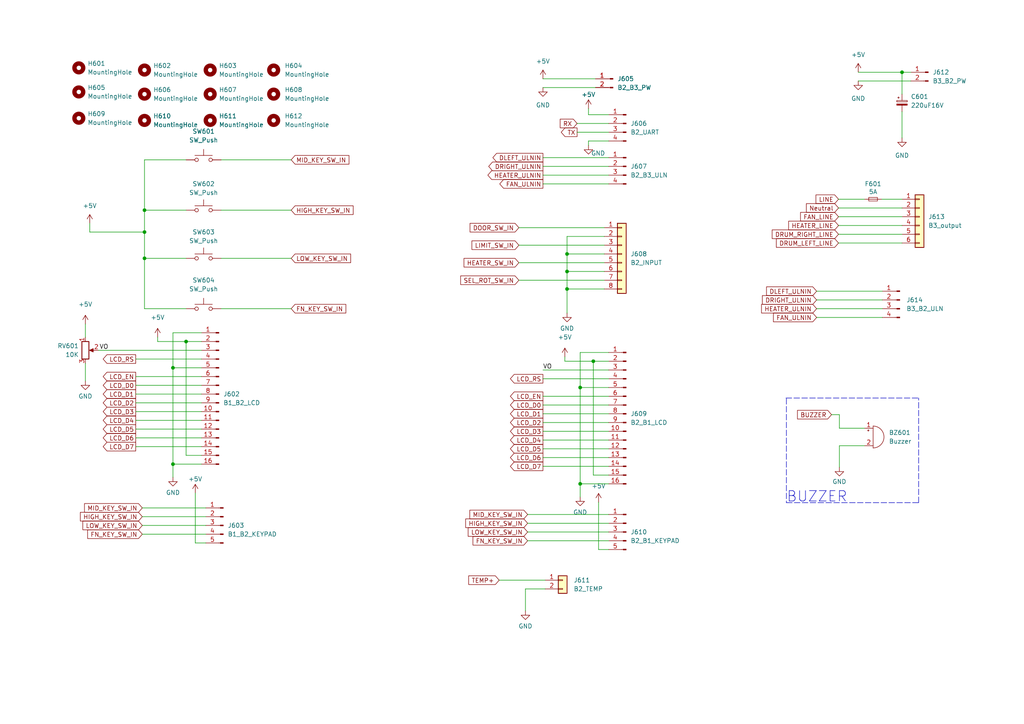
<source format=kicad_sch>
(kicad_sch (version 20211123) (generator eeschema)
  (paper "A4")
  (lib_symbols
    (symbol "Connector:Conn_01x02_Male" (pin_names (offset 1.016) hide)
      (property "Reference" "J" (at 0 2.54 0))
      (property "Value" "Conn_01x02_Male" (at 0 -5.08 0))
      (symbol "Conn_01x02_Male_1_1"
        (polyline (pts (xy 1.27 -2.54) (xy 0.8636 -2.54)) (stroke (width 0.1524)))
        (polyline (pts (xy 1.27 0) (xy 0.8636 0)) (stroke (width 0.1524)))
        (rectangle (start 0.8636 -2.413) (end 0 -2.667) (stroke (width 0.1524)) (fill (type outline)))
        (rectangle (start 0.8636 0.127) (end 0 -0.127) (stroke (width 0.1524)) (fill (type outline)))
        (pin passive line (at 5.08 0 180) (length 3.81) (name "Pin_1") (number "1"))
        (pin passive line (at 5.08 -2.54 180) (length 3.81) (name "Pin_2") (number "2"))
      )
    )
    (symbol "Connector:Conn_01x04_Male" (pin_names (offset 1.016) hide)
      (property "Reference" "J" (at 0 5.08 0))
      (property "Value" "Conn_01x04_Male" (at 0 -7.62 0))
      (symbol "Conn_01x04_Male_1_1"
        (polyline (pts (xy 1.27 -5.08) (xy 0.8636 -5.08)) (stroke (width 0.1524)))
        (polyline (pts (xy 1.27 -2.54) (xy 0.8636 -2.54)) (stroke (width 0.1524)))
        (polyline (pts (xy 1.27 0) (xy 0.8636 0)) (stroke (width 0.1524)))
        (polyline (pts (xy 1.27 2.54) (xy 0.8636 2.54)) (stroke (width 0.1524)))
        (rectangle (start 0.8636 -4.953) (end 0 -5.207) (stroke (width 0.1524)) (fill (type outline)))
        (rectangle (start 0.8636 -2.413) (end 0 -2.667) (stroke (width 0.1524)) (fill (type outline)))
        (rectangle (start 0.8636 0.127) (end 0 -0.127) (stroke (width 0.1524)) (fill (type outline)))
        (rectangle (start 0.8636 2.667) (end 0 2.413) (stroke (width 0.1524)) (fill (type outline)))
        (pin passive line (at 5.08 2.54 180) (length 3.81) (name "Pin_1") (number "1"))
        (pin passive line (at 5.08 0 180) (length 3.81) (name "Pin_2") (number "2"))
        (pin passive line (at 5.08 -2.54 180) (length 3.81) (name "Pin_3") (number "3"))
        (pin passive line (at 5.08 -5.08 180) (length 3.81) (name "Pin_4") (number "4"))
      )
    )
    (symbol "Connector:Conn_01x05_Male" (pin_names (offset 1.016) hide)
      (property "Reference" "J" (at 0 7.62 0))
      (property "Value" "Conn_01x05_Male" (at 0 -7.62 0))
      (symbol "Conn_01x05_Male_1_1"
        (polyline (pts (xy 1.27 -5.08) (xy 0.8636 -5.08)) (stroke (width 0.1524)))
        (polyline (pts (xy 1.27 -2.54) (xy 0.8636 -2.54)) (stroke (width 0.1524)))
        (polyline (pts (xy 1.27 0) (xy 0.8636 0)) (stroke (width 0.1524)))
        (polyline (pts (xy 1.27 2.54) (xy 0.8636 2.54)) (stroke (width 0.1524)))
        (polyline (pts (xy 1.27 5.08) (xy 0.8636 5.08)) (stroke (width 0.1524)))
        (rectangle (start 0.8636 -4.953) (end 0 -5.207) (stroke (width 0.1524)) (fill (type outline)))
        (rectangle (start 0.8636 -2.413) (end 0 -2.667) (stroke (width 0.1524)) (fill (type outline)))
        (rectangle (start 0.8636 0.127) (end 0 -0.127) (stroke (width 0.1524)) (fill (type outline)))
        (rectangle (start 0.8636 2.667) (end 0 2.413) (stroke (width 0.1524)) (fill (type outline)))
        (rectangle (start 0.8636 5.207) (end 0 4.953) (stroke (width 0.1524)) (fill (type outline)))
        (pin passive line (at 5.08 5.08 180) (length 3.81) (name "Pin_1") (number "1"))
        (pin passive line (at 5.08 2.54 180) (length 3.81) (name "Pin_2") (number "2"))
        (pin passive line (at 5.08 0 180) (length 3.81) (name "Pin_3") (number "3"))
        (pin passive line (at 5.08 -2.54 180) (length 3.81) (name "Pin_4") (number "4"))
        (pin passive line (at 5.08 -5.08 180) (length 3.81) (name "Pin_5") (number "5"))
      )
    )
    (symbol "Connector:Conn_01x16_Male" (pin_names (offset 1.016) hide)
      (property "Reference" "J" (at 0 20.32 0))
      (property "Value" "Conn_01x16_Male" (at 0 -22.86 0))
      (symbol "Conn_01x16_Male_1_1"
        (polyline (pts (xy 1.27 -20.32) (xy 0.8636 -20.32)) (stroke (width 0.1524)))
        (polyline (pts (xy 1.27 -17.78) (xy 0.8636 -17.78)) (stroke (width 0.1524)))
        (polyline (pts (xy 1.27 -15.24) (xy 0.8636 -15.24)) (stroke (width 0.1524)))
        (polyline (pts (xy 1.27 -12.7) (xy 0.8636 -12.7)) (stroke (width 0.1524)))
        (polyline (pts (xy 1.27 -10.16) (xy 0.8636 -10.16)) (stroke (width 0.1524)))
        (polyline (pts (xy 1.27 -7.62) (xy 0.8636 -7.62)) (stroke (width 0.1524)))
        (polyline (pts (xy 1.27 -5.08) (xy 0.8636 -5.08)) (stroke (width 0.1524)))
        (polyline (pts (xy 1.27 -2.54) (xy 0.8636 -2.54)) (stroke (width 0.1524)))
        (polyline (pts (xy 1.27 0) (xy 0.8636 0)) (stroke (width 0.1524)))
        (polyline (pts (xy 1.27 2.54) (xy 0.8636 2.54)) (stroke (width 0.1524)))
        (polyline (pts (xy 1.27 5.08) (xy 0.8636 5.08)) (stroke (width 0.1524)))
        (polyline (pts (xy 1.27 7.62) (xy 0.8636 7.62)) (stroke (width 0.1524)))
        (polyline (pts (xy 1.27 10.16) (xy 0.8636 10.16)) (stroke (width 0.1524)))
        (polyline (pts (xy 1.27 12.7) (xy 0.8636 12.7)) (stroke (width 0.1524)))
        (polyline (pts (xy 1.27 15.24) (xy 0.8636 15.24)) (stroke (width 0.1524)))
        (polyline (pts (xy 1.27 17.78) (xy 0.8636 17.78)) (stroke (width 0.1524)))
        (rectangle (start 0.8636 -20.193) (end 0 -20.447) (stroke (width 0.1524)) (fill (type outline)))
        (rectangle (start 0.8636 -17.653) (end 0 -17.907) (stroke (width 0.1524)) (fill (type outline)))
        (rectangle (start 0.8636 -15.113) (end 0 -15.367) (stroke (width 0.1524)) (fill (type outline)))
        (rectangle (start 0.8636 -12.573) (end 0 -12.827) (stroke (width 0.1524)) (fill (type outline)))
        (rectangle (start 0.8636 -10.033) (end 0 -10.287) (stroke (width 0.1524)) (fill (type outline)))
        (rectangle (start 0.8636 -7.493) (end 0 -7.747) (stroke (width 0.1524)) (fill (type outline)))
        (rectangle (start 0.8636 -4.953) (end 0 -5.207) (stroke (width 0.1524)) (fill (type outline)))
        (rectangle (start 0.8636 -2.413) (end 0 -2.667) (stroke (width 0.1524)) (fill (type outline)))
        (rectangle (start 0.8636 0.127) (end 0 -0.127) (stroke (width 0.1524)) (fill (type outline)))
        (rectangle (start 0.8636 2.667) (end 0 2.413) (stroke (width 0.1524)) (fill (type outline)))
        (rectangle (start 0.8636 5.207) (end 0 4.953) (stroke (width 0.1524)) (fill (type outline)))
        (rectangle (start 0.8636 7.747) (end 0 7.493) (stroke (width 0.1524)) (fill (type outline)))
        (rectangle (start 0.8636 10.287) (end 0 10.033) (stroke (width 0.1524)) (fill (type outline)))
        (rectangle (start 0.8636 12.827) (end 0 12.573) (stroke (width 0.1524)) (fill (type outline)))
        (rectangle (start 0.8636 15.367) (end 0 15.113) (stroke (width 0.1524)) (fill (type outline)))
        (rectangle (start 0.8636 17.907) (end 0 17.653) (stroke (width 0.1524)) (fill (type outline)))
        (pin passive line (at 5.08 17.78 180) (length 3.81) (name "Pin_1") (number "1"))
        (pin passive line (at 5.08 -5.08 180) (length 3.81) (name "Pin_10") (number "10"))
        (pin passive line (at 5.08 -7.62 180) (length 3.81) (name "Pin_11") (number "11"))
        (pin passive line (at 5.08 -10.16 180) (length 3.81) (name "Pin_12") (number "12"))
        (pin passive line (at 5.08 -12.7 180) (length 3.81) (name "Pin_13") (number "13"))
        (pin passive line (at 5.08 -15.24 180) (length 3.81) (name "Pin_14") (number "14"))
        (pin passive line (at 5.08 -17.78 180) (length 3.81) (name "Pin_15") (number "15"))
        (pin passive line (at 5.08 -20.32 180) (length 3.81) (name "Pin_16") (number "16"))
        (pin passive line (at 5.08 15.24 180) (length 3.81) (name "Pin_2") (number "2"))
        (pin passive line (at 5.08 12.7 180) (length 3.81) (name "Pin_3") (number "3"))
        (pin passive line (at 5.08 10.16 180) (length 3.81) (name "Pin_4") (number "4"))
        (pin passive line (at 5.08 7.62 180) (length 3.81) (name "Pin_5") (number "5"))
        (pin passive line (at 5.08 5.08 180) (length 3.81) (name "Pin_6") (number "6"))
        (pin passive line (at 5.08 2.54 180) (length 3.81) (name "Pin_7") (number "7"))
        (pin passive line (at 5.08 0 180) (length 3.81) (name "Pin_8") (number "8"))
        (pin passive line (at 5.08 -2.54 180) (length 3.81) (name "Pin_9") (number "9"))
      )
    )
    (symbol "Connector_Generic:Conn_01x02" (pin_names (offset 1.016) hide)
      (property "Reference" "J" (at 0 2.54 0))
      (property "Value" "Conn_01x02" (at 0 -5.08 0))
      (symbol "Conn_01x02_1_1"
        (rectangle (start -1.27 -2.413) (end 0 -2.667) (stroke (width 0.1524)))
        (rectangle (start -1.27 0.127) (end 0 -0.127) (stroke (width 0.1524)))
        (rectangle (start -1.27 1.27) (end 1.27 -3.81) (stroke (width 0.254)) (fill (type background)))
        (pin passive line (at -5.08 0 0) (length 3.81) (name "Pin_1") (number "1"))
        (pin passive line (at -5.08 -2.54 0) (length 3.81) (name "Pin_2") (number "2"))
      )
    )
    (symbol "Connector_Generic:Conn_01x06" (pin_names (offset 1.016) hide)
      (property "Reference" "J" (at 0 7.62 0))
      (property "Value" "Conn_01x06" (at 0 -10.16 0))
      (symbol "Conn_01x06_1_1"
        (rectangle (start -1.27 -7.493) (end 0 -7.747) (stroke (width 0.1524)))
        (rectangle (start -1.27 -4.953) (end 0 -5.207) (stroke (width 0.1524)))
        (rectangle (start -1.27 -2.413) (end 0 -2.667) (stroke (width 0.1524)))
        (rectangle (start -1.27 0.127) (end 0 -0.127) (stroke (width 0.1524)))
        (rectangle (start -1.27 2.667) (end 0 2.413) (stroke (width 0.1524)))
        (rectangle (start -1.27 5.207) (end 0 4.953) (stroke (width 0.1524)))
        (rectangle (start -1.27 6.35) (end 1.27 -8.89) (stroke (width 0.254)) (fill (type background)))
        (pin passive line (at -5.08 5.08 0) (length 3.81) (name "Pin_1") (number "1"))
        (pin passive line (at -5.08 2.54 0) (length 3.81) (name "Pin_2") (number "2"))
        (pin passive line (at -5.08 0 0) (length 3.81) (name "Pin_3") (number "3"))
        (pin passive line (at -5.08 -2.54 0) (length 3.81) (name "Pin_4") (number "4"))
        (pin passive line (at -5.08 -5.08 0) (length 3.81) (name "Pin_5") (number "5"))
        (pin passive line (at -5.08 -7.62 0) (length 3.81) (name "Pin_6") (number "6"))
      )
    )
    (symbol "Connector_Generic:Conn_01x08" (pin_names (offset 1.016) hide)
      (property "Reference" "J" (at 0 10.16 0))
      (property "Value" "Conn_01x08" (at 0 -12.7 0))
      (symbol "Conn_01x08_1_1"
        (rectangle (start -1.27 -10.033) (end 0 -10.287) (stroke (width 0.1524)))
        (rectangle (start -1.27 -7.493) (end 0 -7.747) (stroke (width 0.1524)))
        (rectangle (start -1.27 -4.953) (end 0 -5.207) (stroke (width 0.1524)))
        (rectangle (start -1.27 -2.413) (end 0 -2.667) (stroke (width 0.1524)))
        (rectangle (start -1.27 0.127) (end 0 -0.127) (stroke (width 0.1524)))
        (rectangle (start -1.27 2.667) (end 0 2.413) (stroke (width 0.1524)))
        (rectangle (start -1.27 5.207) (end 0 4.953) (stroke (width 0.1524)))
        (rectangle (start -1.27 7.747) (end 0 7.493) (stroke (width 0.1524)))
        (rectangle (start -1.27 8.89) (end 1.27 -11.43) (stroke (width 0.254)) (fill (type background)))
        (pin passive line (at -5.08 7.62 0) (length 3.81) (name "Pin_1") (number "1"))
        (pin passive line (at -5.08 5.08 0) (length 3.81) (name "Pin_2") (number "2"))
        (pin passive line (at -5.08 2.54 0) (length 3.81) (name "Pin_3") (number "3"))
        (pin passive line (at -5.08 0 0) (length 3.81) (name "Pin_4") (number "4"))
        (pin passive line (at -5.08 -2.54 0) (length 3.81) (name "Pin_5") (number "5"))
        (pin passive line (at -5.08 -5.08 0) (length 3.81) (name "Pin_6") (number "6"))
        (pin passive line (at -5.08 -7.62 0) (length 3.81) (name "Pin_7") (number "7"))
        (pin passive line (at -5.08 -10.16 0) (length 3.81) (name "Pin_8") (number "8"))
      )
    )
    (symbol "Device:Buzzer" (pin_names (offset 0.0254) hide)
      (property "Reference" "BZ" (at 3.81 1.27 0))
      (property "Value" "Buzzer" (at 3.81 -1.27 0))
      (symbol "Buzzer_0_1"
        (arc (start 0 -3.175) (mid 3.175 0) (end 0 3.175))
        (polyline (pts (xy -1.651 1.905) (xy -1.143 1.905)))
        (polyline (pts (xy -1.397 2.159) (xy -1.397 1.651)))
        (polyline (pts (xy 0 3.175) (xy 0 -3.175)))
      )
      (symbol "Buzzer_1_1"
        (pin passive line (at -2.54 2.54 0) (length 2.54) (name "-") (number "1"))
        (pin passive line (at -2.54 -2.54 0) (length 2.54) (name "+") (number "2"))
      )
    )
    (symbol "Device:C_Polarized_Small" (pin_numbers hide) (pin_names (offset 0.254) hide)
      (property "Reference" "C" (at 0.254 1.778 0))
      (property "Value" "C_Polarized_Small" (at 0.254 -2.032 0))
      (symbol "C_Polarized_Small_0_1"
        (rectangle (start -1.524 -0.3048) (end 1.524 -0.6858) (fill (type outline)))
        (rectangle (start -1.524 0.6858) (end 1.524 0.3048))
        (polyline (pts (xy -1.27 1.524) (xy -0.762 1.524)))
        (polyline (pts (xy -1.016 1.27) (xy -1.016 1.778)))
      )
      (symbol "C_Polarized_Small_1_1"
        (pin passive line (at 0 2.54 270) (length 1.8542) (name "~") (number "1"))
        (pin passive line (at 0 -2.54 90) (length 1.8542) (name "~") (number "2"))
      )
    )
    (symbol "Device:Fuse_Small" (pin_numbers hide) (pin_names (offset 0.254) hide)
      (property "Reference" "F" (at 0 -1.524 0))
      (property "Value" "Fuse_Small" (at 0 1.524 0))
      (symbol "Fuse_Small_0_1"
        (rectangle (start -1.27 0.508) (end 1.27 -0.508))
        (polyline (pts (xy -1.27 0) (xy 1.27 0)))
      )
      (symbol "Fuse_Small_1_1"
        (pin passive line (at -2.54 0 0) (length 1.27) (name "~") (number "1"))
        (pin passive line (at 2.54 0 180) (length 1.27) (name "~") (number "2"))
      )
    )
    (symbol "Device:R_Potentiometer" (pin_names (offset 1.016) hide)
      (property "Reference" "RV" (at -4.445 0 90))
      (property "Value" "R_Potentiometer" (at -2.54 0 90))
      (symbol "R_Potentiometer_0_1"
        (polyline (pts (xy 2.54 0) (xy 1.524 0)))
        (polyline (pts (xy 1.143 0) (xy 2.286 0.508) (xy 2.286 -0.508) (xy 1.143 0)) (fill (type outline)))
        (rectangle (start 1.016 2.54) (end -1.016 -2.54) (stroke (width 0.254)))
      )
      (symbol "R_Potentiometer_1_1"
        (pin passive line (at 0 3.81 270) (length 1.27) (name "1") (number "1"))
        (pin passive line (at 3.81 0 180) (length 1.27) (name "2") (number "2"))
        (pin passive line (at 0 -3.81 90) (length 1.27) (name "3") (number "3"))
      )
    )
    (symbol "Mechanical:MountingHole" (pin_names (offset 1.016))
      (property "Reference" "H" (at 0 5.08 0))
      (property "Value" "MountingHole" (at 0 3.175 0))
      (symbol "MountingHole_0_1"
        (circle (center 0 0) (radius 1.27) (stroke (width 1.27)))
      )
    )
    (symbol "Switch:SW_Push" (pin_numbers hide) (pin_names (offset 1.016) hide)
      (property "Reference" "SW" (at 1.27 2.54 0))
      (property "Value" "SW_Push" (at 0 -1.524 0))
      (symbol "SW_Push_0_1"
        (circle (center -2.032 0) (radius 0.508))
        (polyline (pts (xy 0 1.27) (xy 0 3.048)))
        (polyline (pts (xy 2.54 1.27) (xy -2.54 1.27)))
        (circle (center 2.032 0) (radius 0.508))
        (pin passive line (at -5.08 0 0) (length 2.54) (name "1") (number "1"))
        (pin passive line (at 5.08 0 180) (length 2.54) (name "2") (number "2"))
      )
    )
    (symbol "power:+5V" (power) (pin_names (offset 0))
      (property "Value" "+5V" (at 0 3.556 0))
      (symbol "+5V_0_1"
        (polyline (pts (xy -0.762 1.27) (xy 0 2.54)))
        (polyline (pts (xy 0 0) (xy 0 2.54)))
        (polyline (pts (xy 0 2.54) (xy 0.762 1.27)))
      )
      (symbol "+5V_1_1"
        (pin power_in line (at 0 0 90) (length 0) hide (name "+5V") (number "1"))
      )
    )
    (symbol "power:GND" (power) (pin_names (offset 0))
      (property "Value" "GND" (at 0 -3.81 0))
      (symbol "GND_0_1"
        (polyline (pts (xy 0 0) (xy 0 -1.27) (xy 1.27 -1.27) (xy 0 -2.54) (xy -1.27 -1.27) (xy 0 -1.27)))
      )
      (symbol "GND_1_1"
        (pin power_in line (at 0 0 270) (length 0) hide (name "GND") (number "1"))
      )
    )
  )
  (junction (at 168.275 112.395))
  (junction (at 261.62 20.955))
  (junction (at 164.465 78.74))
  (junction (at 41.91 74.93))
  (junction (at 41.91 67.31))
  (junction (at 50.165 134.62))
  (junction (at 164.465 73.66))
  (junction (at 53.975 99.06))
  (junction (at 172.085 104.775))
  (junction (at 168.275 140.335))
  (junction (at 164.465 83.82))
  (junction (at 50.165 106.68))
  (junction (at 41.91 60.96))
  (wire (pts (xy 176.53 40.894) (xy 170.688 40.894)))
  (wire (pts (xy 164.465 78.74) (xy 164.465 83.82)))
  (wire (pts (xy 39.37 116.84) (xy 58.42 116.84)))
  (wire (pts (xy 236.855 89.535) (xy 255.905 89.535)))
  (wire (pts (xy 236.855 92.075) (xy 255.905 92.075)))
  (wire (pts (xy 53.975 132.08) (xy 53.975 99.06)))
  (wire (pts (xy 28.575 101.6) (xy 58.42 101.6)))
  (wire (pts (xy 167.386 35.814) (xy 176.53 35.814)))
  (wire (pts (xy 64.135 89.535) (xy 84.455 89.535)))
  (wire (pts (xy 39.37 121.92) (xy 58.42 121.92)))
  (wire (pts (xy 39.37 114.3) (xy 58.42 114.3)))
  (wire (pts (xy 150.495 76.2) (xy 175.26 76.2)))
  (wire (pts (xy 41.91 46.355) (xy 41.91 60.96)))
  (wire (pts (xy 59.69 157.48) (xy 56.642 157.48)))
  (wire (pts (xy 164.465 83.82) (xy 164.465 90.805)))
  (wire (pts (xy 157.48 122.555) (xy 176.53 122.555)))
  (wire (pts (xy 248.92 20.955) (xy 261.62 20.955)))
  (wire (pts (xy 150.495 66.04) (xy 175.26 66.04)))
  (wire (pts (xy 157.48 50.8) (xy 176.53 50.8)))
  (wire (pts (xy 39.37 119.38) (xy 58.42 119.38)))
  (wire (pts (xy 157.48 135.255) (xy 176.53 135.255)))
  (wire (pts (xy 241.173 120.269) (xy 243.459 120.269)))
  (wire (pts (xy 157.48 114.935) (xy 176.53 114.935)))
  (wire (pts (xy 157.48 22.86) (xy 172.72 22.86)))
  (wire (pts (xy 164.465 73.66) (xy 164.465 78.74)))
  (wire (pts (xy 150.495 81.28) (xy 175.26 81.28)))
  (wire (pts (xy 64.135 60.96) (xy 84.455 60.96)))
  (wire (pts (xy 50.165 96.52) (xy 58.42 96.52)))
  (wire (pts (xy 250.698 129.286) (xy 243.459 129.286)))
  (wire (pts (xy 261.62 20.955) (xy 264.16 20.955)))
  (wire (pts (xy 39.37 109.22) (xy 58.42 109.22)))
  (wire (pts (xy 163.83 103.505) (xy 163.83 104.775)))
  (wire (pts (xy 39.37 124.46) (xy 58.42 124.46)))
  (wire (pts (xy 50.165 134.62) (xy 58.42 134.62)))
  (wire (pts (xy 172.085 137.795) (xy 172.085 104.775)))
  (wire (pts (xy 157.48 125.095) (xy 176.53 125.095)))
  (wire (pts (xy 144.78 168.275) (xy 158.115 168.275)))
  (wire (pts (xy 168.275 102.235) (xy 176.53 102.235)))
  (wire (pts (xy 41.91 89.535) (xy 53.975 89.535)))
  (wire (pts (xy 261.62 32.385) (xy 261.62 40.005)))
  (wire (pts (xy 157.48 130.175) (xy 176.53 130.175)))
  (wire (pts (xy 153.035 151.765) (xy 176.53 151.765)))
  (wire (pts (xy 236.855 86.995) (xy 255.905 86.995)))
  (wire (pts (xy 157.48 25.4) (xy 172.72 25.4)))
  (wire (pts (xy 41.275 149.86) (xy 59.69 149.86)))
  (wire (pts (xy 41.91 60.96) (xy 41.91 67.31)))
  (wire (pts (xy 250.698 124.206) (xy 243.459 124.206)))
  (wire (pts (xy 39.37 111.76) (xy 58.42 111.76)))
  (wire (pts (xy 243.459 129.286) (xy 243.459 135.509)))
  (wire (pts (xy 39.37 104.14) (xy 58.42 104.14)))
  (wire (pts (xy 41.275 152.4) (xy 59.69 152.4)))
  (wire (pts (xy 153.035 154.305) (xy 176.53 154.305)))
  (wire (pts (xy 41.91 60.96) (xy 53.975 60.96)))
  (wire (pts (xy 64.135 46.355) (xy 84.455 46.355)))
  (wire (pts (xy 167.386 38.354) (xy 176.53 38.354)))
  (wire (pts (xy 41.275 147.32) (xy 59.69 147.32)))
  (wire (pts (xy 53.975 99.06) (xy 58.42 99.06)))
  (wire (pts (xy 168.275 140.335) (xy 176.53 140.335)))
  (wire (pts (xy 53.975 46.355) (xy 41.91 46.355)))
  (wire (pts (xy 243.205 65.405) (xy 261.62 65.405)))
  (wire (pts (xy 158.115 170.815) (xy 152.4 170.815)))
  (wire (pts (xy 56.642 157.48) (xy 56.642 143.002)))
  (wire (pts (xy 157.48 53.34) (xy 176.53 53.34)))
  (wire (pts (xy 168.275 112.395) (xy 168.275 140.335)))
  (wire (pts (xy 157.48 117.475) (xy 176.53 117.475)))
  (wire (pts (xy 164.465 73.66) (xy 175.26 73.66)))
  (wire (pts (xy 24.765 105.41) (xy 24.765 110.49)))
  (wire (pts (xy 45.72 97.79) (xy 45.72 99.06)))
  (wire (pts (xy 50.165 106.68) (xy 50.165 134.62)))
  (wire (pts (xy 152.4 170.815) (xy 152.4 177.165)))
  (wire (pts (xy 39.37 129.54) (xy 58.42 129.54)))
  (wire (pts (xy 176.53 33.274) (xy 170.688 33.274)))
  (wire (pts (xy 45.72 99.06) (xy 53.975 99.06)))
  (wire (pts (xy 26.035 64.77) (xy 26.035 67.31)))
  (wire (pts (xy 176.53 159.385) (xy 173.609 159.385)))
  (wire (pts (xy 163.83 104.775) (xy 172.085 104.775)))
  (wire (pts (xy 243.205 62.865) (xy 261.62 62.865)))
  (wire (pts (xy 50.165 134.62) (xy 50.165 138.43)))
  (polyline (pts (xy 266.446 145.796) (xy 266.446 115.443)))
  (wire (pts (xy 41.91 74.93) (xy 41.91 89.535)))
  (wire (pts (xy 41.91 67.31) (xy 41.91 74.93)))
  (wire (pts (xy 157.48 120.015) (xy 176.53 120.015)))
  (wire (pts (xy 150.495 71.12) (xy 175.26 71.12)))
  (wire (pts (xy 50.165 96.52) (xy 50.165 106.68)))
  (wire (pts (xy 172.085 104.775) (xy 176.53 104.775)))
  (polyline (pts (xy 228.092 115.57) (xy 228.092 145.796)))
  (wire (pts (xy 26.035 67.31) (xy 41.91 67.31)))
  (wire (pts (xy 168.275 140.335) (xy 168.275 144.145)))
  (wire (pts (xy 58.42 132.08) (xy 53.975 132.08)))
  (wire (pts (xy 243.459 124.206) (xy 243.459 120.269)))
  (wire (pts (xy 164.465 78.74) (xy 175.26 78.74)))
  (wire (pts (xy 64.135 74.93) (xy 84.455 74.93)))
  (wire (pts (xy 175.26 68.58) (xy 164.465 68.58)))
  (wire (pts (xy 243.205 57.785) (xy 250.698 57.785)))
  (wire (pts (xy 168.275 112.395) (xy 176.53 112.395)))
  (wire (pts (xy 157.48 109.855) (xy 176.53 109.855)))
  (wire (pts (xy 176.53 137.795) (xy 172.085 137.795)))
  (wire (pts (xy 50.165 106.68) (xy 58.42 106.68)))
  (wire (pts (xy 164.465 68.58) (xy 164.465 73.66)))
  (wire (pts (xy 39.37 127) (xy 58.42 127)))
  (wire (pts (xy 157.48 48.26) (xy 176.53 48.26)))
  (wire (pts (xy 170.688 40.894) (xy 170.688 42.164)))
  (wire (pts (xy 157.48 127.635) (xy 176.53 127.635)))
  (wire (pts (xy 153.035 149.225) (xy 176.53 149.225)))
  (wire (pts (xy 157.48 107.315) (xy 176.53 107.315)))
  (polyline (pts (xy 228.092 145.796) (xy 266.446 145.796)))
  (wire (pts (xy 255.778 57.785) (xy 261.62 57.785)))
  (wire (pts (xy 173.609 159.385) (xy 173.609 145.669)))
  (wire (pts (xy 170.688 33.274) (xy 170.688 31.496)))
  (wire (pts (xy 243.205 70.485) (xy 261.62 70.485)))
  (wire (pts (xy 248.92 23.495) (xy 264.16 23.495)))
  (polyline (pts (xy 227.965 115.443) (xy 266.446 115.443)))
  (wire (pts (xy 168.275 102.235) (xy 168.275 112.395)))
  (wire (pts (xy 261.62 20.955) (xy 261.62 27.305)))
  (wire (pts (xy 157.48 132.715) (xy 176.53 132.715)))
  (wire (pts (xy 41.91 74.93) (xy 53.975 74.93)))
  (wire (pts (xy 164.465 83.82) (xy 175.26 83.82)))
  (wire (pts (xy 236.855 84.455) (xy 255.905 84.455)))
  (wire (pts (xy 243.205 67.945) (xy 261.62 67.945)))
  (wire (pts (xy 157.48 45.72) (xy 176.53 45.72)))
  (wire (pts (xy 41.275 154.94) (xy 59.69 154.94)))
  (wire (pts (xy 243.205 60.325) (xy 261.62 60.325)))
  (wire (pts (xy 24.765 93.98) (xy 24.765 97.79)))
  (wire (pts (xy 153.035 156.845) (xy 176.53 156.845)))
  (text "BUZZER" (at 228.092 145.923 0) (effects (font (size 3 3)) (justify left bottom)))
  (label "VO" (at 28.829 101.6 0))
  (label "VO" (at 157.48 107.315 0))
  (global_label "MID_KEY_SW_IN" (shape input) (at 153.035 149.225 180) (property "Intersheet References" "${INTERSHEET_REFS}" (effects hide)))
  (global_label "LCD_D6" (shape output) (at 39.37 127 180) (property "Intersheet References" "${INTERSHEET_REFS}" (effects hide)))
  (global_label "LCD_D7" (shape output) (at 157.48 135.255 180) (property "Intersheet References" "${INTERSHEET_REFS}" (effects hide)))
  (global_label "LCD_D1" (shape output) (at 39.37 114.3 180) (property "Intersheet References" "${INTERSHEET_REFS}" (effects hide)))
  (global_label "Neutral" (shape input) (at 243.205 60.325 180) (property "Intersheet References" "${INTERSHEET_REFS}" (effects hide)))
  (global_label "LCD_D2" (shape output) (at 39.37 116.84 180) (property "Intersheet References" "${INTERSHEET_REFS}" (effects hide)))
  (global_label "DRIGHT_ULNIN" (shape input) (at 236.855 86.995 180) (property "Intersheet References" "${INTERSHEET_REFS}" (effects hide)))
  (global_label "RX" (shape input) (at 167.386 35.814 180) (property "Intersheet References" "${INTERSHEET_REFS}" (effects hide)))
  (global_label "LOW_KEY_SW_IN" (shape input) (at 41.275 152.4 180) (property "Intersheet References" "${INTERSHEET_REFS}" (effects hide)))
  (global_label "DRIGHT_ULNIN" (shape output) (at 157.48 48.26 180) (property "Intersheet References" "${INTERSHEET_REFS}" (effects hide)))
  (global_label "FN_KEY_SW_IN" (shape input) (at 84.455 89.535 0) (property "Intersheet References" "${INTERSHEET_REFS}" (effects hide)))
  (global_label "LCD_D0" (shape output) (at 157.48 117.475 180) (property "Intersheet References" "${INTERSHEET_REFS}" (effects hide)))
  (global_label "LCD_D5" (shape output) (at 39.37 124.46 180) (property "Intersheet References" "${INTERSHEET_REFS}" (effects hide)))
  (global_label "TEMP+" (shape input) (at 144.78 168.275 180) (property "Intersheet References" "${INTERSHEET_REFS}" (effects hide)))
  (global_label "BUZZER" (shape input) (at 241.173 120.269 180) (property "Intersheet References" "${INTERSHEET_REFS}" (effects hide)))
  (global_label "FN_KEY_SW_IN" (shape input) (at 153.035 156.845 180) (property "Intersheet References" "${INTERSHEET_REFS}" (effects hide)))
  (global_label "LCD_D6" (shape output) (at 157.48 132.715 180) (property "Intersheet References" "${INTERSHEET_REFS}" (effects hide)))
  (global_label "LCD_D0" (shape output) (at 39.37 111.76 180) (property "Intersheet References" "${INTERSHEET_REFS}" (effects hide)))
  (global_label "HEATER_ULNIN" (shape input) (at 236.855 89.535 180) (property "Intersheet References" "${INTERSHEET_REFS}" (effects hide)))
  (global_label "FN_KEY_SW_IN" (shape input) (at 41.275 154.94 180) (property "Intersheet References" "${INTERSHEET_REFS}" (effects hide)))
  (global_label "HEATER_LINE" (shape input) (at 243.205 65.405 180) (property "Intersheet References" "${INTERSHEET_REFS}" (effects hide)))
  (global_label "MID_KEY_SW_IN" (shape input) (at 41.275 147.32 180) (property "Intersheet References" "${INTERSHEET_REFS}" (effects hide)))
  (global_label "LCD_EN" (shape output) (at 39.37 109.22 180) (property "Intersheet References" "${INTERSHEET_REFS}" (effects hide)))
  (global_label "LINE" (shape input) (at 243.205 57.785 180) (property "Intersheet References" "${INTERSHEET_REFS}" (effects hide)))
  (global_label "LCD_D7" (shape output) (at 39.37 129.54 180) (property "Intersheet References" "${INTERSHEET_REFS}" (effects hide)))
  (global_label "LCD_RS" (shape output) (at 157.48 109.855 180) (property "Intersheet References" "${INTERSHEET_REFS}" (effects hide)))
  (global_label "LOW_KEY_SW_IN" (shape input) (at 153.035 154.305 180) (property "Intersheet References" "${INTERSHEET_REFS}" (effects hide)))
  (global_label "HIGH_KEY_SW_IN" (shape input) (at 84.455 60.96 0) (property "Intersheet References" "${INTERSHEET_REFS}" (effects hide)))
  (global_label "LCD_D5" (shape output) (at 157.48 130.175 180) (property "Intersheet References" "${INTERSHEET_REFS}" (effects hide)))
  (global_label "LOW_KEY_SW_IN" (shape input) (at 84.455 74.93 0) (property "Intersheet References" "${INTERSHEET_REFS}" (effects hide)))
  (global_label "LCD_D4" (shape output) (at 39.37 121.92 180) (property "Intersheet References" "${INTERSHEET_REFS}" (effects hide)))
  (global_label "DRUM_RIGHT_LINE" (shape input) (at 243.205 67.945 180) (property "Intersheet References" "${INTERSHEET_REFS}" (effects hide)))
  (global_label "LIMIT_SW_IN" (shape input) (at 150.495 71.12 180) (property "Intersheet References" "${INTERSHEET_REFS}" (effects hide)))
  (global_label "DRUM_LEFT_LINE" (shape input) (at 243.205 70.485 180) (property "Intersheet References" "${INTERSHEET_REFS}" (effects hide)))
  (global_label "LCD_D3" (shape output) (at 39.37 119.38 180) (property "Intersheet References" "${INTERSHEET_REFS}" (effects hide)))
  (global_label "LCD_D2" (shape output) (at 157.48 122.555 180) (property "Intersheet References" "${INTERSHEET_REFS}" (effects hide)))
  (global_label "MID_KEY_SW_IN" (shape input) (at 84.455 46.355 0) (property "Intersheet References" "${INTERSHEET_REFS}" (effects hide)))
  (global_label "LCD_D3" (shape output) (at 157.48 125.095 180) (property "Intersheet References" "${INTERSHEET_REFS}" (effects hide)))
  (global_label "HEATER_ULNIN" (shape output) (at 157.48 50.8 180) (property "Intersheet References" "${INTERSHEET_REFS}" (effects hide)))
  (global_label "FAN_LINE" (shape input) (at 243.205 62.865 180) (property "Intersheet References" "${INTERSHEET_REFS}" (effects hide)))
  (global_label "DLEFT_ULNIN" (shape input) (at 236.855 84.455 180) (property "Intersheet References" "${INTERSHEET_REFS}" (effects hide)))
  (global_label "DLEFT_ULNIN" (shape output) (at 157.48 45.72 180) (property "Intersheet References" "${INTERSHEET_REFS}" (effects hide)))
  (global_label "SEL_ROT_SW_IN" (shape input) (at 150.495 81.28 180) (property "Intersheet References" "${INTERSHEET_REFS}" (effects hide)))
  (global_label "LCD_D1" (shape output) (at 157.48 120.015 180) (property "Intersheet References" "${INTERSHEET_REFS}" (effects hide)))
  (global_label "FAN_ULNIN" (shape input) (at 236.855 92.075 180) (property "Intersheet References" "${INTERSHEET_REFS}" (effects hide)))
  (global_label "HIGH_KEY_SW_IN" (shape input) (at 41.275 149.86 180) (property "Intersheet References" "${INTERSHEET_REFS}" (effects hide)))
  (global_label "TX" (shape output) (at 167.386 38.354 180) (property "Intersheet References" "${INTERSHEET_REFS}" (effects hide)))
  (global_label "DOOR_SW_IN" (shape input) (at 150.495 66.04 180) (property "Intersheet References" "${INTERSHEET_REFS}" (effects hide)))
  (global_label "LCD_RS" (shape output) (at 39.37 104.14 180) (property "Intersheet References" "${INTERSHEET_REFS}" (effects hide)))
  (global_label "LCD_EN" (shape output) (at 157.48 114.935 180) (property "Intersheet References" "${INTERSHEET_REFS}" (effects hide)))
  (global_label "FAN_ULNIN" (shape output) (at 157.48 53.34 180) (property "Intersheet References" "${INTERSHEET_REFS}" (effects hide)))
  (global_label "HEATER_SW_IN" (shape input) (at 150.495 76.2 180) (property "Intersheet References" "${INTERSHEET_REFS}" (effects hide)))
  (global_label "LCD_D4" (shape output) (at 157.48 127.635 180) (property "Intersheet References" "${INTERSHEET_REFS}" (effects hide)))
  (global_label "HIGH_KEY_SW_IN" (shape input) (at 153.035 151.765 180) (property "Intersheet References" "${INTERSHEET_REFS}" (effects hide)))
  (symbol (lib_id "Connector_Generic:Conn_01x02") (at 163.195 168.275 0) (unit 1)
    (property "Reference" "J611" (at 166.37 168.2749 0) (effects (justify left)))
    (property "Value" "B2_TEMP" (at 166.37 170.8149 0) (effects (justify left)))
    (property "Footprint" "User_Connector_Phoenix_MC_HighVoltage:PhoenixContact_MCV_1,5_2-G-5.08_1x02_P5.08mm_Vertical" (effects hide))
  )
  (symbol (lib_id "Connector:Conn_01x04_Male") (at 181.61 35.814 0) (mirror y) (unit 1)
    (property "Reference" "J606" (at 182.88 35.8139 0) (effects (justify right)))
    (property "Value" "B2_UART" (at 182.88 38.3539 0) (effects (justify right)))
    (property "Footprint" "Connector_PinHeader_2.54mm:PinHeader_1x04_P2.54mm_Vertical" (effects hide))
  )
  (symbol (lib_id "Connector_Generic:Conn_01x08") (at 180.34 73.66 0) (unit 1)
    (property "Reference" "J608" (at 182.88 73.6599 0) (effects (justify left)))
    (property "Value" "B2_INPUT" (at 182.88 76.1999 0) (effects (justify left)))
    (property "Footprint" "User_Connector_Phoenix_MC_HighVoltage:PhoenixContact_MCV_1,5_8-G-5.08_1x08_P5.08mm_Vertical" (effects hide))
  )
  (symbol (lib_id "Connector:Conn_01x04_Male") (at 260.985 86.995 0) (mirror y) (unit 1)
    (property "Reference" "J614" (at 262.89 86.9949 0) (effects (justify right)))
    (property "Value" "B3_B2_ULN" (at 262.89 89.5349 0) (effects (justify right)))
    (property "Footprint" "Connector_PinHeader_2.54mm:PinHeader_1x04_P2.54mm_Vertical" (effects hide))
  )
  (symbol (lib_id "Mechanical:MountingHole") (at 79.375 20.32 0) (unit 1)
    (property "Reference" "H604" (at 82.55 19.0499 0) (effects (justify left)))
    (property "Value" "MountingHole" (at 82.55 21.5899 0) (effects (justify left)))
    (property "Footprint" "MountingHole:MountingHole_3mm_Pad" (effects hide))
  )
  (symbol (lib_id "power:GND") (at 248.92 23.495 0) (unit 1)
    (property "Reference" "#PWR064" (effects hide))
    (property "Value" "GND" (at 248.92 28.575 0))
  )
  (symbol (lib_id "power:+5V") (at 26.035 64.77 0) (unit 1)
    (property "Reference" "#PWR0103" (effects hide))
    (property "Value" "+5V" (at 26.035 59.69 0))
  )
  (symbol (lib_id "Connector:Conn_01x02_Male") (at 177.8 22.86 0) (mirror y) (unit 1)
    (property "Reference" "J605" (at 179.07 22.8599 0) (effects (justify right)))
    (property "Value" "B2_B3_PW" (at 179.07 25.3999 0) (effects (justify right)))
    (property "Footprint" "Connector_PinHeader_2.54mm:PinHeader_1x02_P2.54mm_Vertical" (effects hide))
  )
  (symbol (lib_id "Mechanical:MountingHole") (at 41.91 34.925 0) (unit 1)
    (property "Reference" "H610" (at 44.45 33.6549 0) (effects (justify left)))
    (property "Value" "MountingHole" (at 44.45 36.1949 0) (effects (justify left)))
    (property "Footprint" "MountingHole:MountingHole_3mm_Pad" (effects hide))
  )
  (symbol (lib_id "Switch:SW_Push") (at 59.055 46.355 0) (unit 1)
    (property "Reference" "SW601" (at 59.055 38.1 0))
    (property "Value" "SW_Push" (at 59.055 40.64 0))
    (property "Footprint" "Button_Switch_THT:SW_PUSH-12mm" (effects hide))
  )
  (symbol (lib_id "Mechanical:MountingHole") (at 60.96 20.32 0) (unit 1)
    (property "Reference" "H603" (at 63.5 19.0499 0) (effects (justify left)))
    (property "Value" "MountingHole" (at 63.5 21.5899 0) (effects (justify left)))
    (property "Footprint" "MountingHole:MountingHole_3mm_Pad" (effects hide))
  )
  (symbol (lib_id "Switch:SW_Push") (at 59.055 74.93 0) (unit 1)
    (property "Reference" "SW603" (at 59.055 67.31 0))
    (property "Value" "SW_Push" (at 59.055 69.85 0))
    (property "Footprint" "Button_Switch_THT:SW_PUSH-12mm" (effects hide))
  )
  (symbol (lib_id "power:+5V") (at 170.688 31.496 0) (unit 1)
    (property "Reference" "#PWR061" (effects hide))
    (property "Value" "+5V" (at 170.688 27.432 0))
  )
  (symbol (lib_id "power:+5V") (at 248.92 20.955 0) (unit 1)
    (property "Reference" "#PWR063" (effects hide))
    (property "Value" "+5V" (at 248.92 15.875 0))
  )
  (symbol (lib_id "power:GND") (at 164.465 90.805 0) (unit 1)
    (property "Reference" "#PWR059" (effects hide))
    (property "Value" "GND" (at 164.465 95.25 0))
  )
  (symbol (lib_id "Connector:Conn_01x05_Male") (at 181.61 154.305 0) (mirror y) (unit 1)
    (property "Reference" "J610" (at 182.88 154.3049 0) (effects (justify right)))
    (property "Value" "B2_B1_KEYPAD" (at 182.88 156.8449 0) (effects (justify right)))
    (property "Footprint" "Connector_PinHeader_2.54mm:PinHeader_1x05_P2.54mm_Vertical" (effects hide))
  )
  (symbol (lib_id "power:GND") (at 50.165 138.43 0) (unit 1)
    (property "Reference" "#PWR052" (effects hide))
    (property "Value" "GND" (at 50.165 142.875 0))
  )
  (symbol (lib_id "power:+5V") (at 45.72 97.79 0) (unit 1)
    (property "Reference" "#PWR051" (effects hide))
    (property "Value" "+5V" (at 45.72 92.075 0))
  )
  (symbol (lib_id "Connector:Conn_01x05_Male") (at 64.77 152.4 0) (mirror y) (unit 1)
    (property "Reference" "J603" (at 66.04 152.3999 0) (effects (justify right)))
    (property "Value" "B1_B2_KEYPAD" (at 66.04 154.9399 0) (effects (justify right)))
    (property "Footprint" "Connector_PinHeader_2.54mm:PinHeader_1x05_P2.54mm_Vertical" (effects hide))
  )
  (symbol (lib_id "power:+5V") (at 173.609 145.669 0) (unit 1)
    (property "Reference" "#PWR0101" (effects hide))
    (property "Value" "+5V" (at 173.609 140.97 0))
  )
  (symbol (lib_id "Connector:Conn_01x16_Male") (at 181.61 120.015 0) (mirror y) (unit 1)
    (property "Reference" "J609" (at 182.88 120.0149 0) (effects (justify right)))
    (property "Value" "B2_B1_LCD" (at 182.88 122.5549 0) (effects (justify right)))
    (property "Footprint" "Connector_PinHeader_2.54mm:PinHeader_1x16_P2.54mm_Vertical" (effects hide))
  )
  (symbol (lib_id "Mechanical:MountingHole") (at 60.96 34.925 0) (unit 1)
    (property "Reference" "H611" (at 63.5 33.6549 0) (effects (justify left)))
    (property "Value" "MountingHole" (at 63.5 36.1949 0) (effects (justify left)))
    (property "Footprint" "MountingHole:MountingHole_3mm_Pad" (effects hide))
  )
  (symbol (lib_id "Switch:SW_Push") (at 59.055 60.96 0) (unit 1)
    (property "Reference" "SW602" (at 59.055 53.34 0))
    (property "Value" "SW_Push" (at 59.055 55.88 0))
    (property "Footprint" "Button_Switch_THT:SW_PUSH-12mm" (effects hide))
  )
  (symbol (lib_id "power:GND") (at 170.688 42.164 0) (unit 1)
    (property "Reference" "#PWR062" (effects hide))
    (property "Value" "GND" (at 173.482 44.45 0))
  )
  (symbol (lib_id "power:GND") (at 168.275 144.145 0) (unit 1)
    (property "Reference" "#PWR060" (effects hide))
    (property "Value" "GND" (at 168.275 148.59 0))
  )
  (symbol (lib_id "Device:C_Polarized_Small") (at 261.62 29.845 0) (unit 1)
    (property "Reference" "C601" (at 264.16 28.0288 0) (effects (justify left)))
    (property "Value" "220uF16V" (at 264.16 30.5688 0) (effects (justify left)))
    (property "Footprint" "User_Capacitor_THT:CP_Radial_D8.0mm_P5.00mm" (effects hide))
  )
  (symbol (lib_id "power:+5V") (at 157.48 22.86 0) (unit 1)
    (property "Reference" "#PWR056" (effects hide))
    (property "Value" "+5V" (at 157.48 17.78 0))
  )
  (symbol (lib_id "Mechanical:MountingHole") (at 79.375 27.305 0) (unit 1)
    (property "Reference" "H608" (at 82.55 26.0349 0) (effects (justify left)))
    (property "Value" "MountingHole" (at 82.55 28.5749 0) (effects (justify left)))
    (property "Footprint" "MountingHole:MountingHole_3mm_Pad" (effects hide))
  )
  (symbol (lib_id "Connector:Conn_01x02_Male") (at 269.24 20.955 0) (mirror y) (unit 1)
    (property "Reference" "J612" (at 270.51 20.9549 0) (effects (justify right)))
    (property "Value" "B3_B2_PW" (at 270.51 23.4949 0) (effects (justify right)))
    (property "Footprint" "Connector_PinHeader_2.54mm:PinHeader_1x02_P2.54mm_Vertical" (effects hide))
  )
  (symbol (lib_id "power:GND") (at 157.48 25.4 0) (unit 1)
    (property "Reference" "#PWR057" (effects hide))
    (property "Value" "GND" (at 157.48 30.48 0))
  )
  (symbol (lib_id "power:+5V") (at 163.83 103.505 0) (unit 1)
    (property "Reference" "#PWR058" (effects hide))
    (property "Value" "+5V" (at 163.83 97.79 0))
  )
  (symbol (lib_id "Mechanical:MountingHole") (at 22.86 19.685 0) (unit 1)
    (property "Reference" "H601" (at 25.4 18.4149 0) (effects (justify left)))
    (property "Value" "MountingHole" (at 25.4 20.9549 0) (effects (justify left)))
    (property "Footprint" "MountingHole:MountingHole_3mm_Pad" (effects hide))
  )
  (symbol (lib_id "power:GND") (at 152.4 177.165 0) (unit 1)
    (property "Reference" "#PWR055" (effects hide))
    (property "Value" "GND" (at 152.4 181.61 0))
  )
  (symbol (lib_id "Mechanical:MountingHole") (at 22.86 34.29 0) (unit 1)
    (property "Reference" "H609" (at 25.4 33.0199 0) (effects (justify left)))
    (property "Value" "MountingHole" (at 25.4 35.5599 0) (effects (justify left)))
    (property "Footprint" "MountingHole:MountingHole_3mm_Pad" (effects hide))
  )
  (symbol (lib_id "Device:Buzzer") (at 253.238 126.746 0) (unit 1)
    (property "Reference" "BZ601" (at 257.81 125.4759 0) (effects (justify left)))
    (property "Value" "Buzzer" (at 257.81 128.0159 0) (effects (justify left)))
    (property "Footprint" "User_Buzzer_Beeper:Buzzer_12x9.5RM7.6" (effects hide))
  )
  (symbol (lib_id "power:GND") (at 243.459 135.509 0) (unit 1)
    (property "Reference" "#PWR066" (effects hide))
    (property "Value" "GND" (at 243.459 139.7 0))
  )
  (symbol (lib_id "Mechanical:MountingHole") (at 41.91 27.305 0) (unit 1)
    (property "Reference" "H606" (at 44.45 26.0349 0) (effects (justify left)))
    (property "Value" "MountingHole" (at 44.45 28.5749 0) (effects (justify left)))
    (property "Footprint" "MountingHole:MountingHole_3mm_Pad" (effects hide))
  )
  (symbol (lib_id "Connector:Conn_01x04_Male") (at 181.61 48.26 0) (mirror y) (unit 1)
    (property "Reference" "J607" (at 182.88 48.2599 0) (effects (justify right)))
    (property "Value" "B2_B3_ULN" (at 182.88 50.7999 0) (effects (justify right)))
    (property "Footprint" "Connector_PinHeader_2.54mm:PinHeader_1x04_P2.54mm_Vertical" (effects hide))
  )
  (symbol (lib_id "Mechanical:MountingHole") (at 79.375 34.925 0) (unit 1)
    (property "Reference" "H612" (at 82.55 33.6549 0) (effects (justify left)))
    (property "Value" "MountingHole" (at 82.55 36.1949 0) (effects (justify left)))
    (property "Footprint" "MountingHole:MountingHole_3mm_Pad" (effects hide))
  )
  (symbol (lib_id "Connector_Generic:Conn_01x06") (at 266.7 62.865 0) (unit 1)
    (property "Reference" "J613" (at 269.24 62.8649 0) (effects (justify left)))
    (property "Value" "B3_output" (at 269.24 65.4049 0) (effects (justify left)))
    (property "Footprint" "User_Connector_Phoenix_MC_HighVoltage:PhoenixContact_MCV_1,5_6-G-5.08_1x06_P5.08mm_Vertical" (effects hide))
  )
  (symbol (lib_id "power:+5V") (at 56.642 143.002 0) (unit 1)
    (property "Reference" "#PWR0102" (effects hide))
    (property "Value" "+5V" (at 56.642 138.938 0))
  )
  (symbol (lib_id "Switch:SW_Push") (at 59.055 89.535 0) (unit 1)
    (property "Reference" "SW604" (at 59.055 81.28 0))
    (property "Value" "SW_Push" (at 59.055 83.82 0))
    (property "Footprint" "Button_Switch_THT:SW_PUSH-12mm" (effects hide))
  )
  (symbol (lib_id "Device:Fuse_Small") (at 253.238 57.785 0) (unit 1)
    (property "Reference" "F601" (at 253.238 53.34 0))
    (property "Value" "5A" (at 253.238 55.626 0))
    (property "Footprint" "User_Fuse:Fuseholder_Clip-5x20mm_Keystone_3518P_Inline_P23.11x6.76mm_D2.44x1.70mm_Horizontal" (effects hide))
  )
  (symbol (lib_id "Mechanical:MountingHole") (at 60.96 27.305 0) (unit 1)
    (property "Reference" "H607" (at 63.5 26.0349 0) (effects (justify left)))
    (property "Value" "MountingHole" (at 63.5 28.5749 0) (effects (justify left)))
    (property "Footprint" "MountingHole:MountingHole_3mm_Pad" (effects hide))
  )
  (symbol (lib_id "power:+5V") (at 24.765 93.98 0) (unit 1)
    (property "Reference" "#PWR047" (effects hide))
    (property "Value" "+5V" (at 24.765 88.265 0))
  )
  (symbol (lib_id "Mechanical:MountingHole") (at 22.86 26.67 0) (unit 1)
    (property "Reference" "H605" (at 25.4 25.3999 0) (effects (justify left)))
    (property "Value" "MountingHole" (at 25.4 27.9399 0) (effects (justify left)))
    (property "Footprint" "MountingHole:MountingHole_3mm_Pad" (effects hide))
  )
  (symbol (lib_id "power:GND") (at 261.62 40.005 0) (unit 1)
    (property "Reference" "#PWR065" (effects hide))
    (property "Value" "GND" (at 261.62 45.085 0))
  )
  (symbol (lib_id "Mechanical:MountingHole") (at 41.91 20.32 0) (unit 1)
    (property "Reference" "H602" (at 44.45 19.0499 0) (effects (justify left)))
    (property "Value" "MountingHole" (at 44.45 21.5899 0) (effects (justify left)))
    (property "Footprint" "MountingHole:MountingHole_3mm_Pad" (effects hide))
  )
  (symbol (lib_id "Device:R_Potentiometer") (at 24.765 101.6 0) (unit 1)
    (property "Reference" "RV601" (at 22.86 100.3299 0) (effects (justify right)))
    (property "Value" "10K" (at 22.86 102.8699 0) (effects (justify right)))
    (property "Footprint" "Potentiometer_THT:Potentiometer_Bourns_3266W_Vertical" (effects hide))
  )
  (symbol (lib_id "Connector:Conn_01x16_Male") (at 63.5 114.3 0) (mirror y) (unit 1)
    (property "Reference" "J602" (at 64.77 114.2999 0) (effects (justify right)))
    (property "Value" "B1_B2_LCD" (at 64.77 116.8399 0) (effects (justify right)))
    (property "Footprint" "Connector_PinHeader_2.54mm:PinHeader_1x16_P2.54mm_Vertical" (effects hide))
  )
  (symbol (lib_id "power:GND") (at 24.765 110.49 0) (unit 1)
    (property "Reference" "#PWR048" (effects hide))
    (property "Value" "GND" (at 24.765 114.935 0))
  )
)
</source>
